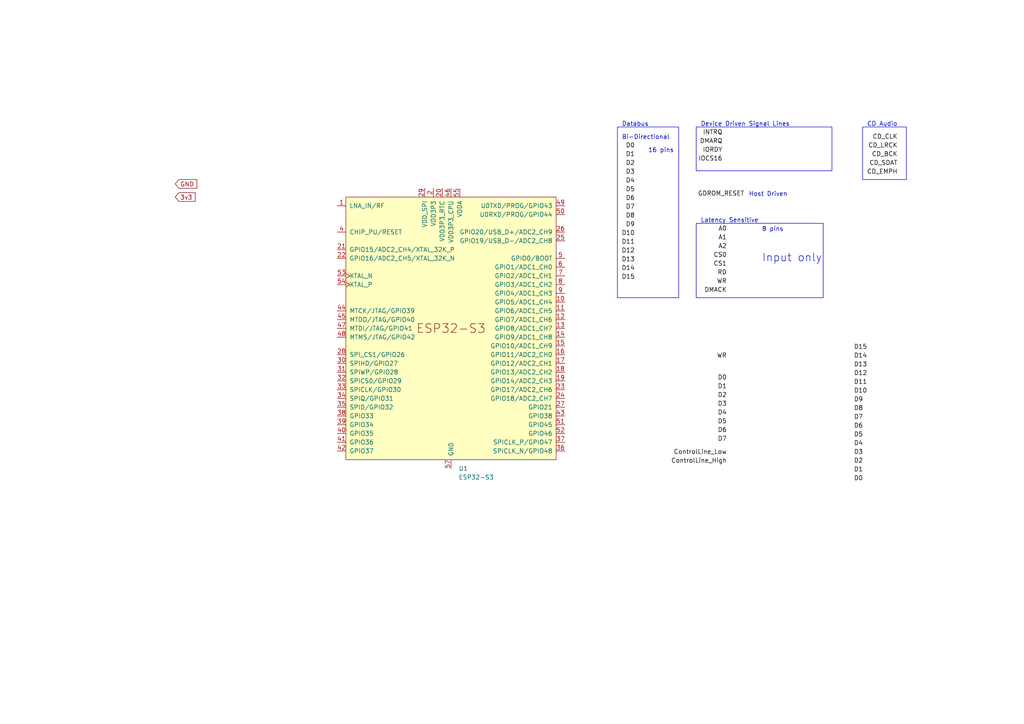
<source format=kicad_sch>
(kicad_sch (version 20230121) (generator eeschema)
  (paper "A4")
  (lib_symbols
    (symbol "PCM_Espressif:ESP32-S3" (pin_names (offset 1.016))
      (property "Reference" "U" (at -30.48 43.18 0))
      (property "Value" "ESP32-S3" (at -30.48 40.64 0))
      (symbol "ESP32-S3_0_0"
        (text "ESP32-S3" (at 0 0 0) (effects (font (size 2.54 2.54))))
        (pin bidirectional line (at 33.02 -35.56 180) (length 2.54) (name "SPICLK_N/GPIO48") (number "36"))
        (pin bidirectional line (at 33.02 -33.02 180) (length 2.54) (name "SPICLK_P/GPIO47") (number "37"))
      )
      (symbol "ESP32-S3_0_1"
        (rectangle (start -30.48 38.1) (end 30.48 -38.1) (fill (type background)))
      )
      (symbol "ESP32-S3_1_1"
        (pin bidirectional line (at -33.02 35.56 0) (length 2.54) (name "LNA_IN/RF") (number "1"))
        (pin bidirectional line (at 33.02 7.62 180) (length 2.54) (name "GPIO5/ADC1_CH4") (number "10"))
        (pin bidirectional line (at 33.02 5.08 180) (length 2.54) (name "GPIO6/ADC1_CH5") (number "11"))
        (pin bidirectional line (at 33.02 2.54 180) (length 2.54) (name "GPIO7/ADC1_CH6") (number "12"))
        (pin bidirectional line (at 33.02 0 180) (length 2.54) (name "GPIO8/ADC1_CH7") (number "13"))
        (pin bidirectional line (at 33.02 -2.54 180) (length 2.54) (name "GPIO9/ADC1_CH8") (number "14"))
        (pin bidirectional line (at 33.02 -5.08 180) (length 2.54) (name "GPIO10/ADC1_CH9") (number "15"))
        (pin bidirectional line (at 33.02 -7.62 180) (length 2.54) (name "GPIO11/ADC2_CH0") (number "16"))
        (pin bidirectional line (at 33.02 -10.16 180) (length 2.54) (name "GPIO12/ADC2_CH1") (number "17"))
        (pin bidirectional line (at 33.02 -12.7 180) (length 2.54) (name "GPIO13/ADC2_CH2") (number "18"))
        (pin bidirectional line (at 33.02 -15.24 180) (length 2.54) (name "GPIO14/ADC2_CH3") (number "19"))
        (pin power_in line (at -5.08 40.64 270) (length 2.54) (name "VDD3P3") (number "2"))
        (pin power_in line (at -2.54 40.64 270) (length 2.54) (name "VDD3P3_RTC") (number "20"))
        (pin bidirectional line (at -33.02 22.86 0) (length 2.54) (name "GPIO15/ADC2_CH4/XTAL_32K_P") (number "21"))
        (pin bidirectional line (at -33.02 20.32 0) (length 2.54) (name "GPIO16/ADC2_CH5/XTAL_32K_N") (number "22"))
        (pin bidirectional line (at 33.02 -17.78 180) (length 2.54) (name "GPIO17/ADC2_CH6") (number "23"))
        (pin bidirectional line (at 33.02 -20.32 180) (length 2.54) (name "GPIO18/ADC2_CH7") (number "24"))
        (pin bidirectional line (at 33.02 25.4 180) (length 2.54) (name "GPIO19/USB_D-/ADC2_CH8") (number "25"))
        (pin bidirectional line (at 33.02 27.94 180) (length 2.54) (name "GPIO20/USB_D+/ADC2_CH9") (number "26"))
        (pin bidirectional line (at 33.02 -22.86 180) (length 2.54) (name "GPIO21") (number "27"))
        (pin bidirectional line (at -33.02 -7.62 0) (length 2.54) (name "SPI_CS1/GPIO26") (number "28"))
        (pin power_out line (at -7.62 40.64 270) (length 2.54) (name "VDD_SPI") (number "29"))
        (pin power_in line (at -5.08 40.64 270) (length 2.54) hide (name "VDD3P3") (number "3"))
        (pin bidirectional line (at -33.02 -10.16 0) (length 2.54) (name "SPIHD/GPIO27") (number "30"))
        (pin bidirectional line (at -33.02 -12.7 0) (length 2.54) (name "SPIWP/GPIO28") (number "31"))
        (pin bidirectional line (at -33.02 -15.24 0) (length 2.54) (name "SPICS0/GPIO29") (number "32"))
        (pin bidirectional line (at -33.02 -17.78 0) (length 2.54) (name "SPICLK/GPIO30") (number "33"))
        (pin bidirectional line (at -33.02 -20.32 0) (length 2.54) (name "SPIQ/GPIO31") (number "34"))
        (pin bidirectional line (at -33.02 -22.86 0) (length 2.54) (name "SPID/GPIO32") (number "35"))
        (pin bidirectional line (at -33.02 -25.4 0) (length 2.54) (name "GPIO33") (number "38"))
        (pin bidirectional line (at -33.02 -27.94 0) (length 2.54) (name "GPIO34") (number "39"))
        (pin input line (at -33.02 27.94 0) (length 2.54) (name "CHIP_PU/RESET") (number "4"))
        (pin bidirectional line (at -33.02 -30.48 0) (length 2.54) (name "GPIO35") (number "40"))
        (pin bidirectional line (at -33.02 -33.02 0) (length 2.54) (name "GPIO36") (number "41"))
        (pin bidirectional line (at -33.02 -35.56 0) (length 2.54) (name "GPIO37") (number "42"))
        (pin bidirectional line (at 33.02 -25.4 180) (length 2.54) (name "GPIO38") (number "43"))
        (pin bidirectional line (at -33.02 5.08 0) (length 2.54) (name "MTCK/JTAG/GPIO39") (number "44"))
        (pin bidirectional line (at -33.02 2.54 0) (length 2.54) (name "MTDO/JTAG/GPIO40") (number "45"))
        (pin power_in line (at 0 40.64 270) (length 2.54) (name "VDD3P3_CPU") (number "46"))
        (pin bidirectional line (at -33.02 0 0) (length 2.54) (name "MTDI/JTAG/GPIO41") (number "47"))
        (pin bidirectional line (at -33.02 -2.54 0) (length 2.54) (name "MTMS/JTAG/GPIO42") (number "48"))
        (pin bidirectional line (at 33.02 35.56 180) (length 2.54) (name "U0TXD/PROG/GPIO43") (number "49"))
        (pin bidirectional line (at 33.02 20.32 180) (length 2.54) (name "GPIO0/BOOT") (number "5"))
        (pin bidirectional line (at 33.02 33.02 180) (length 2.54) (name "U0RXD/PROG/GPIO44") (number "50"))
        (pin bidirectional line (at 33.02 -27.94 180) (length 2.54) (name "GPIO45") (number "51"))
        (pin bidirectional line (at 33.02 -30.48 180) (length 2.54) (name "GPIO46") (number "52"))
        (pin input clock (at -33.02 15.24 0) (length 2.54) (name "XTAL_N") (number "53"))
        (pin output clock (at -33.02 12.7 0) (length 2.54) (name "XTAL_P") (number "54"))
        (pin power_in line (at 2.54 40.64 270) (length 2.54) (name "VDDA") (number "55"))
        (pin passive line (at 2.54 40.64 270) (length 2.54) hide (name "VDDA") (number "56"))
        (pin power_in line (at 0 -40.64 90) (length 2.54) (name "GND") (number "57"))
        (pin bidirectional line (at 33.02 17.78 180) (length 2.54) (name "GPIO1/ADC1_CH0") (number "6"))
        (pin bidirectional line (at 33.02 15.24 180) (length 2.54) (name "GPIO2/ADC1_CH1") (number "7"))
        (pin bidirectional line (at 33.02 12.7 180) (length 2.54) (name "GPIO3/ADC1_CH2") (number "8"))
        (pin bidirectional line (at 33.02 10.16 180) (length 2.54) (name "GPIO4/ADC1_CH3") (number "9"))
      )
    )
  )
  (rectangle (start 201.93 64.77) (end 238.76 86.36))
  (rectangle (start 201.93 36.83) (end 241.3 49.53))
  (rectangle (start 179.07 36.83) (end 196.85 86.36))
  (rectangle (start 250.19 36.83) (end 262.89 52.07))
  (text "Latency Sensitive" (at 203.2 64.77 0) (effects (font (size 1.27 1.27)) (justify left bottom)))
  (text "16 pins" (at 187.96 44.45 0) (effects (font (size 1.27 1.27)) (justify left bottom)))
  (text "Device Driven Signal Lines" (at 203.2 36.83 0) (effects (font (size 1.27 1.27)) (justify left bottom)))
  (text "Input only" (at 220.98 76.2 0) (effects (font (size 2.27 2.27)) (justify left bottom)))
  (text "Bi-Directional" (at 180.34 40.64 0) (effects (font (size 1.27 1.27)) (justify left bottom)))
  (text "Host Driven" (at 217.17 57.15 0) (effects (font (size 1.27 1.27)) (justify left bottom)))
  (text "8 pins" (at 220.98 67.31 0) (effects (font (size 1.27 1.27)) (justify left bottom)))
  (text "Databus" (at 180.34 36.83 0) (effects (font (size 1.27 1.27)) (justify left bottom)))
  (text "CD Audio" (at 251.46 36.83 0) (effects (font (size 1.27 1.27)) (justify left bottom)))
  (label "D3" (at 210.82 118.11 180))
  (label "D13" (at 247.65 106.68 0))
  (label "DMARQ" (at 209.55 41.91 180))
  (label "D2" (at 247.65 134.62 0))
  (label "CD_EMPH" (at 260.35 50.8 180))
  (label "D15" (at 247.65 101.6 0))
  (label "D0" (at 247.65 139.7 0))
  (label "CD_BCK" (at 260.35 45.72 180))
  (label "CD_SDAT" (at 260.35 48.26 180))
  (label "D2" (at 184.15 48.26 180))
  (label "D12" (at 184.15 73.66 180))
  (label "CD_LRCK" (at 260.35 43.18 180))
  (label "D11" (at 184.15 71.12 180))
  (label "D14" (at 247.65 104.14 0))
  (label "D8" (at 184.15 63.5 180))
  (label "WR" (at 210.82 82.55 180))
  (label "D6" (at 184.15 58.42 180))
  (label "D12" (at 247.65 109.22 0))
  (label "A0" (at 210.82 67.31 180))
  (label "D0" (at 184.15 43.18 180))
  (label "D7" (at 247.65 121.92 0))
  (label "IORDY" (at 209.55 44.45 180))
  (label "D11" (at 247.65 111.76 0))
  (label "D5" (at 210.82 123.19 180))
  (label "WR" (at 210.82 104.14 180))
  (label "CS1" (at 210.82 77.47 180))
  (label "D2" (at 210.82 115.57 180))
  (label "GDROM_RESET" (at 215.9 57.15 180))
  (label "IOCS16" (at 209.55 46.99 180))
  (label "D4" (at 247.65 129.54 0))
  (label "INTRQ" (at 209.55 39.37 180))
  (label "D1" (at 210.82 113.03 180))
  (label "ControlLine_Low" (at 210.82 132.08 180))
  (label "A2" (at 210.82 72.39 180))
  (label "D10" (at 247.65 114.3 0))
  (label "D14" (at 184.15 78.74 180))
  (label "D9" (at 184.15 66.04 180))
  (label "A1" (at 210.82 69.85 180))
  (label "ControlLine_High" (at 210.82 134.62 180))
  (label "CS0" (at 210.82 74.93 180))
  (label "D0" (at 210.82 110.49 180))
  (label "D6" (at 210.82 125.73 180))
  (label "DMACK" (at 210.82 85.09 180))
  (label "RD" (at 210.82 80.01 180))
  (label "CD_CLK" (at 260.35 40.64 180))
  (label "D10" (at 184.15 68.58 180))
  (label "D7" (at 210.82 128.27 180))
  (label "D15" (at 184.15 81.28 180))
  (label "D4" (at 210.82 120.65 180))
  (label "D13" (at 184.15 76.2 180))
  (label "D8" (at 247.65 119.38 0))
  (label "D6" (at 247.65 124.46 0))
  (label "D5" (at 184.15 55.88 180))
  (label "D7" (at 184.15 60.96 180))
  (label "D1" (at 247.65 137.16 0))
  (label "D3" (at 247.65 132.08 0))
  (label "D3" (at 184.15 50.8 180))
  (label "D4" (at 184.15 53.34 180))
  (label "D5" (at 247.65 127 0))
  (label "D1" (at 184.15 45.72 180))
  (label "D9" (at 247.65 116.84 0))
  (global_label "3v3" (shape input) (at 50.8 57.15 0) (property "Intersheetrefs" "${INTERSHEET_REFS}" (effects hide)))
  (global_label "GND" (shape input) (at 50.8 53.34 0) (property "Intersheetrefs" "${INTERSHEET_REFS}" (effects hide)))
  (symbol (lib_id "PCM_Espressif:ESP32-S3") (at 130.81 95.25 0) (unit 1)
    (property "Reference" "U1" (at 133.0041 135.89 0) (effects (justify left)))
    (property "Value" "ESP32-S3" (at 133.0041 138.43 0) (effects (justify left)))
    (property "Footprint" "Package_DFN_QFN:QFN-56-1EP_7x7mm_P0.4mm_EP5.6x5.6mm" (effects hide))
    (property "Datasheet" "https://www.espressif.com/sites/default/files/documentation/esp32-s3_datasheet_en.pdf" (effects hide))
  )
)
</source>
